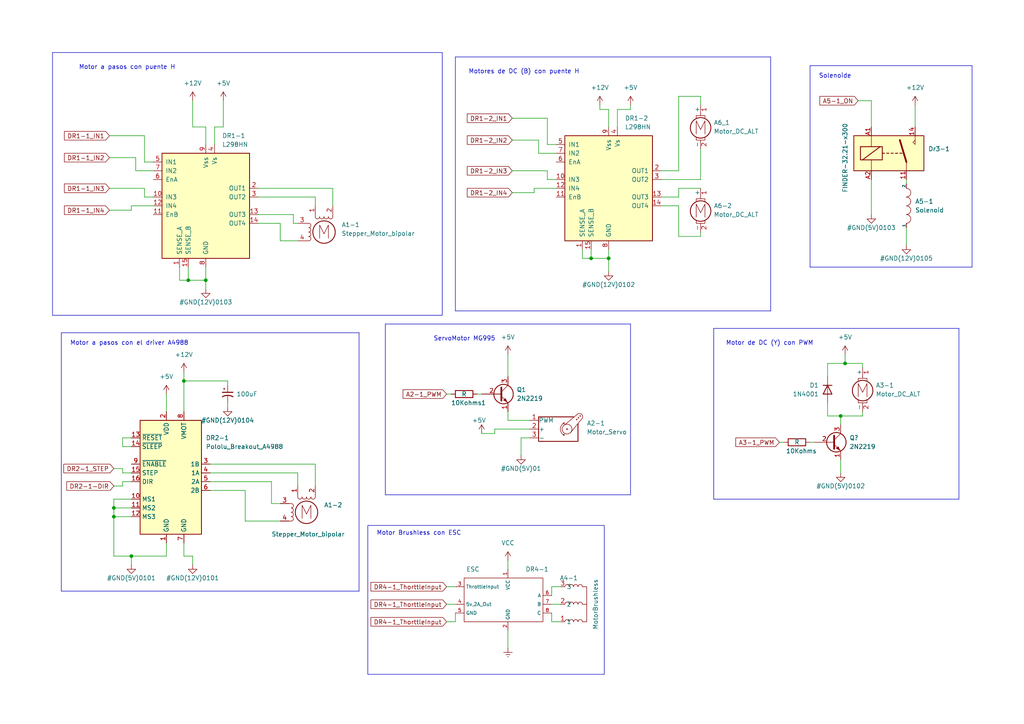
<source format=kicad_sch>
(kicad_sch (version 20230121) (generator eeschema)
  (paper "A4")
  (lib_symbols
    (symbol "Device:C_Polarized_Small_US" (pin_numbers hide) (pin_names (offset 0.254) hide)
      (property "Reference" "C" (at 0.254 1.778 0))
      (property "Value" "C_Polarized_Small_US" (at 0.254 -2.032 0))
      (symbol "C_Polarized_Small_US_0_1"
        (polyline (pts (xy -1.524 0.508) (xy 1.524 0.508)) (stroke (width 0.3048)))
        (polyline (pts (xy -1.27 1.524) (xy -0.762 1.524)))
        (polyline (pts (xy -1.016 1.27) (xy -1.016 1.778)))
        (arc (start 1.524 -0.762) (mid 0 -0.3734) (end -1.524 -0.762) (stroke (width 0.3048)))
      )
      (symbol "C_Polarized_Small_US_1_1"
        (pin passive line (at 0 2.54 270) (length 2.032) (name "~") (number "1"))
        (pin passive line (at 0 -2.54 90) (length 2.032) (name "~") (number "2"))
      )
    )
    (symbol "Device:R" (pin_numbers hide) (pin_names (offset 0))
      (property "Reference" "R" (at 2.032 0 90))
      (property "Value" "R" (at 0 0 90))
      (symbol "R_0_1"
        (rectangle (start -1.016 -2.54) (end 1.016 2.54) (stroke (width 0.254)))
      )
      (symbol "R_1_1"
        (pin passive line (at 0 3.81 270) (length 1.27) (name "~") (number "1"))
        (pin passive line (at 0 -3.81 90) (length 1.27) (name "~") (number "2"))
      )
    )
    (symbol "Diode:1N4001" (pin_numbers hide) (pin_names hide)
      (property "Reference" "D" (at 0 2.54 0))
      (property "Value" "1N4001" (at 0 -2.54 0))
      (symbol "1N4001_0_1"
        (polyline (pts (xy -1.27 1.27) (xy -1.27 -1.27)) (stroke (width 0.254)))
        (polyline (pts (xy 1.27 0) (xy -1.27 0)))
        (polyline (pts (xy 1.27 1.27) (xy 1.27 -1.27) (xy -1.27 0) (xy 1.27 1.27)) (stroke (width 0.254)))
      )
      (symbol "1N4001_1_1"
        (pin passive line (at -3.81 0 0) (length 2.54) (name "K") (number "1"))
        (pin passive line (at 3.81 0 180) (length 2.54) (name "A") (number "2"))
      )
    )
    (symbol "Driver_Motor:L298HN" (pin_names (offset 1.016))
      (property "Reference" "U" (at -10.16 16.51 0))
      (property "Value" "L298HN" (at 12.7 16.51 0))
      (symbol "L298HN_0_1"
        (rectangle (start -12.7 15.24) (end 12.7 -15.24) (stroke (width 0.254)) (fill (type background)))
      )
      (symbol "L298HN_1_1"
        (pin power_in line (at -7.62 -17.78 90) (length 2.54) (name "SENSE_A") (number "1"))
        (pin input line (at -15.24 2.54 0) (length 2.54) (name "IN3") (number "10"))
        (pin input line (at -15.24 -2.54 0) (length 2.54) (name "EnB") (number "11"))
        (pin input line (at -15.24 0 0) (length 2.54) (name "IN4") (number "12"))
        (pin output line (at 15.24 -2.54 180) (length 2.54) (name "OUT3") (number "13"))
        (pin output line (at 15.24 -5.08 180) (length 2.54) (name "OUT4") (number "14"))
        (pin power_in line (at -5.08 -17.78 90) (length 2.54) (name "SENSE_B") (number "15"))
        (pin output line (at 15.24 5.08 180) (length 2.54) (name "OUT1") (number "2"))
        (pin output line (at 15.24 2.54 180) (length 2.54) (name "OUT2") (number "3"))
        (pin power_in line (at 2.54 17.78 270) (length 2.54) (name "Vs") (number "4"))
        (pin input line (at -15.24 12.7 0) (length 2.54) (name "IN1") (number "5"))
        (pin input line (at -15.24 7.62 0) (length 2.54) (name "EnA") (number "6"))
        (pin input line (at -15.24 10.16 0) (length 2.54) (name "IN2") (number "7"))
        (pin power_in line (at 0 -17.78 90) (length 2.54) (name "GND") (number "8"))
        (pin power_in line (at 0 17.78 270) (length 2.54) (name "Vss") (number "9"))
      )
    )
    (symbol "Driver_Motor:Pololu_Breakout_A4988"
      (property "Reference" "A" (at -2.54 19.05 0))
      (property "Value" "Pololu_Breakout_A4988" (at -2.54 16.51 0))
      (symbol "Pololu_Breakout_A4988_0_1"
        (rectangle (start 10.16 -17.78) (end -7.62 15.24) (stroke (width 0.254)) (fill (type background)))
      )
      (symbol "Pololu_Breakout_A4988_1_1"
        (pin power_in line (at 0 -20.32 90) (length 2.54) (name "GND") (number "1"))
        (pin input line (at -10.16 -7.62 0) (length 2.54) (name "MS1") (number "10"))
        (pin input line (at -10.16 -10.16 0) (length 2.54) (name "MS2") (number "11"))
        (pin input line (at -10.16 -12.7 0) (length 2.54) (name "MS3") (number "12"))
        (pin input line (at -10.16 10.16 0) (length 2.54) (name "~{RESET}") (number "13"))
        (pin input line (at -10.16 7.62 0) (length 2.54) (name "~{SLEEP}") (number "14"))
        (pin input line (at -10.16 0 0) (length 2.54) (name "STEP") (number "15"))
        (pin input line (at -10.16 -2.54 0) (length 2.54) (name "DIR") (number "16"))
        (pin power_in line (at 0 17.78 270) (length 2.54) (name "VDD") (number "2"))
        (pin output line (at 12.7 2.54 180) (length 2.54) (name "1B") (number "3"))
        (pin output line (at 12.7 0 180) (length 2.54) (name "1A") (number "4"))
        (pin output line (at 12.7 -2.54 180) (length 2.54) (name "2A") (number "5"))
        (pin output line (at 12.7 -5.08 180) (length 2.54) (name "2B") (number "6"))
        (pin power_in line (at 5.08 -20.32 90) (length 2.54) (name "GND") (number "7"))
        (pin power_in line (at 5.08 17.78 270) (length 2.54) (name "VMOT") (number "8"))
        (pin input line (at -10.16 2.54 0) (length 2.54) (name "~{ENABLE}") (number "9"))
      )
    )
    (symbol "Motor:Motor_DC_ALT" (pin_names (offset 0))
      (property "Reference" "M" (at 2.54 2.54 0))
      (property "Value" "Motor_DC_ALT" (at 2.54 -5.08 0))
      (symbol "Motor_DC_ALT_0_0"
        (circle (center 0 -1.524) (radius 2.9718) (stroke (width 0.254)))
        (polyline (pts (xy -1.27 -4.318) (xy -1.27 -5.08) (xy 1.27 -5.08) (xy 1.27 -4.318)))
        (polyline (pts (xy -1.27 1.27) (xy -1.27 2.032) (xy 1.27 2.032) (xy 1.27 1.27)))
        (polyline (pts (xy -1.27 -3.302) (xy -1.27 0.508) (xy 0 -2.032) (xy 1.27 0.508) (xy 1.27 -3.302)))
      )
      (symbol "Motor_DC_ALT_0_1"
        (polyline (pts (xy 0 2.032) (xy 0 2.54)))
      )
      (symbol "Motor_DC_ALT_1_1"
        (pin passive line (at 0 5.08 270) (length 2.54) (name "+") (number "1"))
        (pin passive line (at 0 -7.62 90) (length 2.54) (name "-") (number "2"))
      )
    )
    (symbol "Motor:Motor_Servo" (pin_names (offset 0.0254))
      (property "Reference" "M" (at -5.08 4.445 0))
      (property "Value" "Motor_Servo" (at -5.08 -4.064 0))
      (symbol "Motor_Servo_0_1"
        (polyline (pts (xy 2.413 -1.778) (xy 2.032 -1.778)))
        (polyline (pts (xy 2.413 -1.778) (xy 2.286 -1.397)))
        (polyline (pts (xy 2.413 1.778) (xy 1.905 1.778)))
        (polyline (pts (xy 2.413 1.778) (xy 2.286 1.397)))
        (polyline (pts (xy 6.35 4.445) (xy 2.54 1.27)))
        (polyline (pts (xy 7.62 3.175) (xy 4.191 -1.016)))
        (polyline (pts (xy 5.08 3.556) (xy -5.08 3.556) (xy -5.08 -3.556) (xy 6.35 -3.556) (xy 6.35 1.524)) (stroke (width 0.254)))
        (arc (start 2.413 1.778) (mid 1.2406 0) (end 2.413 -1.778))
        (circle (center 3.175 0) (radius 0.1778))
        (circle (center 3.175 0) (radius 1.4224))
        (circle (center 5.969 2.794) (radius 0.127))
        (circle (center 6.477 3.302) (radius 0.127))
        (circle (center 6.985 3.81) (radius 0.127))
        (arc (start 7.62 3.175) (mid 7.4485 4.2735) (end 6.35 4.445))
      )
      (symbol "Motor_Servo_1_1"
        (pin passive line (at -7.62 2.54 0) (length 2.54) (name "PWM") (number "1"))
        (pin passive line (at -7.62 0 0) (length 2.54) (name "+") (number "2"))
        (pin passive line (at -7.62 -2.54 0) (length 2.54) (name "-") (number "3"))
      )
    )
    (symbol "Motor:Stepper_Motor_bipolar" (pin_names (offset 0) hide)
      (property "Reference" "M" (at 3.81 2.54 0))
      (property "Value" "Stepper_Motor_bipolar" (at 3.81 1.27 0))
      (symbol "Stepper_Motor_bipolar_0_0"
        (polyline (pts (xy -1.27 -1.778) (xy -1.27 2.032) (xy 0 -0.508) (xy 1.27 2.032) (xy 1.27 -1.778)))
      )
      (symbol "Stepper_Motor_bipolar_0_1"
        (arc (start -4.445 -2.54) (mid -3.8127 -1.905) (end -4.445 -1.27))
        (arc (start -4.445 -1.27) (mid -3.8127 -0.635) (end -4.445 0))
        (arc (start -4.445 0) (mid -3.8127 0.635) (end -4.445 1.27))
        (arc (start -4.445 1.27) (mid -3.8127 1.905) (end -4.445 2.54))
        (arc (start -2.54 4.445) (mid -1.905 3.8127) (end -1.27 4.445))
        (arc (start -1.27 4.445) (mid -0.635 3.8127) (end 0 4.445))
        (polyline (pts (xy -5.08 -2.54) (xy -4.445 -2.54)))
        (polyline (pts (xy -5.08 2.54) (xy -4.445 2.54)))
        (polyline (pts (xy -2.54 5.08) (xy -2.54 4.445)))
        (polyline (pts (xy 2.54 5.08) (xy 2.54 4.445)))
        (circle (center 0 0) (radius 3.2512) (stroke (width 0.254)))
        (arc (start 0 4.445) (mid 0.635 3.8127) (end 1.27 4.445))
        (arc (start 1.27 4.445) (mid 1.905 3.8127) (end 2.54 4.445))
      )
      (symbol "Stepper_Motor_bipolar_1_1"
        (pin passive line (at -2.54 7.62 270) (length 2.54) (name "~") (number "1"))
        (pin passive line (at 2.54 7.62 270) (length 2.54) (name "-") (number "2"))
        (pin passive line (at -7.62 2.54 0) (length 2.54) (name "~") (number "3"))
        (pin passive line (at -7.62 -2.54 0) (length 2.54) (name "~") (number "4"))
      )
    )
    (symbol "Relay:FINDER-32.21-x300"
      (property "Reference" "K" (at 11.43 3.81 0))
      (property "Value" "FINDER-32.21-x300" (at 11.43 1.27 0))
      (symbol "FINDER-32.21-x300_0_1"
        (rectangle (start -10.16 5.08) (end 10.16 -5.08) (stroke (width 0.254)) (fill (type background)))
        (rectangle (start -8.255 1.905) (end -1.905 -1.905) (stroke (width 0.254)))
        (polyline (pts (xy -7.62 -1.905) (xy -2.54 1.905)) (stroke (width 0.254)))
        (polyline (pts (xy -5.08 -5.08) (xy -5.08 -1.905)))
        (polyline (pts (xy -5.08 5.08) (xy -5.08 1.905)))
        (polyline (pts (xy -1.905 0) (xy -1.27 0)) (stroke (width 0.254)))
        (polyline (pts (xy -0.635 0) (xy 0 0)) (stroke (width 0.254)))
        (polyline (pts (xy 0.635 0) (xy 1.27 0)) (stroke (width 0.254)))
        (polyline (pts (xy 1.905 0) (xy 2.54 0)) (stroke (width 0.254)))
        (polyline (pts (xy 3.175 0) (xy 3.81 0)) (stroke (width 0.254)))
        (polyline (pts (xy 5.08 -2.54) (xy 3.175 3.81)) (stroke (width 0.508)))
        (polyline (pts (xy 5.08 -2.54) (xy 5.08 -5.08)))
        (polyline (pts (xy 7.62 5.08) (xy 7.62 2.54) (xy 6.985 3.175) (xy 7.62 3.81)))
      )
      (symbol "FINDER-32.21-x300_1_1"
        (pin passive line (at 5.08 -7.62 90) (length 2.54) (name "~") (number "11"))
        (pin passive line (at 7.62 7.62 270) (length 2.54) (name "~") (number "14"))
        (pin passive line (at -5.08 7.62 270) (length 2.54) (name "~") (number "A1"))
        (pin passive line (at -5.08 -7.62 90) (length 2.54) (name "~") (number "A2"))
      )
    )
    (symbol "Resources:ESC"
      (property "Reference" "ESC" (at -8.89 8.89 0))
      (symbol "ESC_0_1"
        (rectangle (start -12.7 7.62) (end 10.16 -5.08))
      )
      (symbol "ESC_1_1"
        (pin free line (at 0 10.16 270) (length 2.54) (name "VCC") (number "1"))
        (pin free line (at 0 -7.62 90) (length 2.54) (name "GND") (number "2"))
        (pin input line (at -15.24 5.08 0) (length 2.54) (name "ThrottleInput") (number "3"))
        (pin input line (at -15.24 0 0) (length 2.54) (name "5v,2A_Out") (number "4"))
        (pin input line (at -15.24 -2.54 0) (length 2.54) (name "GND") (number "5"))
        (pin output line (at 12.7 2.54 180) (length 2.54) (name "A") (number "6"))
        (pin output line (at 12.7 0 180) (length 2.54) (name "B") (number "7"))
        (pin output line (at 12.7 -2.54 180) (length 2.54) (name "C") (number "8"))
      )
    )
    (symbol "Resources:Motor_brushless"
      (property "Reference" "MotorBrushless" (at 0 -1.27 0))
      (symbol "Motor_brushless_0_1"
        (arc (start -5.08 1.27) (mid -4.4477 1.905) (end -5.08 2.54))
        (arc (start -5.08 2.54) (mid -4.4477 3.175) (end -5.08 3.81))
        (arc (start -5.08 3.81) (mid -4.4477 4.445) (end -5.08 5.08))
        (arc (start -5.08 5.08) (mid -4.4477 5.715) (end -5.08 6.35))
        (polyline (pts (xy -5.08 0) (xy -5.08 1.27)))
        (polyline (pts (xy 0 1.27) (xy 0 0)))
        (polyline (pts (xy 5.08 1.27) (xy 5.08 0) (xy -5.08 0)))
        (arc (start 0 1.27) (mid 0.6323 1.905) (end 0 2.54))
        (arc (start 0 2.54) (mid 0.6323 3.175) (end 0 3.81))
        (arc (start 0 3.81) (mid 0.6323 4.445) (end 0 5.08))
        (arc (start 0 5.08) (mid 0.6323 5.715) (end 0 6.35))
        (arc (start 5.08 1.27) (mid 5.7123 1.905) (end 5.08 2.54))
        (arc (start 5.08 2.54) (mid 5.7123 3.175) (end 5.08 3.81))
        (arc (start 5.08 3.81) (mid 5.7123 4.445) (end 5.08 5.08))
        (arc (start 5.08 5.08) (mid 5.7123 5.715) (end 5.08 6.35))
      )
      (symbol "Motor_brushless_1_1"
        (pin passive line (at -5.08 7.62 270) (length 1.27) (name "1") (number "1"))
        (pin passive line (at 0 7.62 270) (length 1.27) (name "2") (number "2"))
        (pin passive line (at 5.08 7.62 270) (length 1.27) (name "3") (number "3"))
      )
    )
    (symbol "Transistor_BJT:2N2219" (pin_names (offset 0) hide)
      (property "Reference" "Q" (at 5.08 1.905 0))
      (property "Value" "2N2219" (at 5.08 0 0))
      (symbol "2N2219_0_1"
        (polyline (pts (xy 0.635 0.635) (xy 2.54 2.54)))
        (polyline (pts (xy 0.635 -0.635) (xy 2.54 -2.54) (xy 2.54 -2.54)))
        (polyline (pts (xy 0.635 1.905) (xy 0.635 -1.905) (xy 0.635 -1.905)) (stroke (width 0.508)))
        (polyline (pts (xy 1.27 -1.778) (xy 1.778 -1.27) (xy 2.286 -2.286) (xy 1.27 -1.778) (xy 1.27 -1.778)) (fill (type outline)))
        (circle (center 1.27 0) (radius 2.8194) (stroke (width 0.254)))
      )
      (symbol "2N2219_1_1"
        (pin passive line (at 2.54 -5.08 90) (length 2.54) (name "E") (number "1"))
        (pin passive line (at -5.08 0 0) (length 5.715) (name "B") (number "2"))
        (pin passive line (at 2.54 5.08 270) (length 2.54) (name "C") (number "3"))
      )
    )
    (symbol "power:+12V" (power) (pin_names (offset 0))
      (property "Value" "+12V" (at 0 3.556 0))
      (symbol "+12V_0_1"
        (polyline (pts (xy -0.762 1.27) (xy 0 2.54)))
        (polyline (pts (xy 0 0) (xy 0 2.54)))
        (polyline (pts (xy 0 2.54) (xy 0.762 1.27)))
      )
      (symbol "+12V_1_1"
        (pin power_in line (at 0 0 90) (length 0) hide (name "+12V") (number "1"))
      )
    )
    (symbol "power:+5V" (power) (pin_names (offset 0))
      (property "Value" "+5V" (at 0 3.556 0))
      (symbol "+5V_0_1"
        (polyline (pts (xy -0.762 1.27) (xy 0 2.54)))
        (polyline (pts (xy 0 0) (xy 0 2.54)))
        (polyline (pts (xy 0 2.54) (xy 0.762 1.27)))
      )
      (symbol "+5V_1_1"
        (pin power_in line (at 0 0 90) (length 0) hide (name "+5V") (number "1"))
      )
    )
    (symbol "power:Earth" (power) (pin_names (offset 0))
      (symbol "Earth_0_1"
        (polyline (pts (xy -0.635 -1.905) (xy 0.635 -1.905)))
        (polyline (pts (xy -0.127 -2.54) (xy 0.127 -2.54)))
        (polyline (pts (xy 0 -1.27) (xy 0 0)))
        (polyline (pts (xy 1.27 -1.27) (xy -1.27 -1.27)))
      )
      (symbol "Earth_1_1"
        (pin power_in line (at 0 0 270) (length 0) hide (name "Earth") (number "1"))
      )
    )
    (symbol "power:GND" (power) (pin_names (offset 0))
      (property "Value" "GND" (at 0 -3.81 0))
      (symbol "GND_0_1"
        (polyline (pts (xy 0 0) (xy 0 -1.27) (xy 1.27 -1.27) (xy 0 -2.54) (xy -1.27 -1.27) (xy 0 -1.27)))
      )
      (symbol "GND_1_1"
        (pin power_in line (at 0 0 270) (length 0) hide (name "GND") (number "1"))
      )
    )
    (symbol "power:VCC" (power) (pin_names (offset 0))
      (property "Value" "VCC" (at 0 3.81 0))
      (symbol "VCC_0_1"
        (polyline (pts (xy -0.762 1.27) (xy 0 2.54)))
        (polyline (pts (xy 0 0) (xy 0 2.54)))
        (polyline (pts (xy 0 2.54) (xy 0.762 1.27)))
      )
      (symbol "VCC_1_1"
        (pin power_in line (at 0 0 90) (length 0) hide (name "VCC") (number "1"))
      )
    )
    (symbol "pspice:INDUCTOR" (pin_numbers hide) (pin_names (offset 0))
      (property "Reference" "L" (at 0 2.54 0))
      (property "Value" "INDUCTOR" (at 0 -1.27 0))
      (symbol "INDUCTOR_0_1"
        (arc (start -2.54 0) (mid -3.81 1.2645) (end -5.08 0))
        (arc (start 0 0) (mid -1.27 1.2645) (end -2.54 0))
        (arc (start 2.54 0) (mid 1.27 1.2645) (end 0 0))
        (arc (start 5.08 0) (mid 3.81 1.2645) (end 2.54 0))
      )
      (symbol "INDUCTOR_1_1"
        (pin input line (at -6.35 0 0) (length 1.27) (name "1") (number "1"))
        (pin input line (at 6.35 0 180) (length 1.27) (name "2") (number "2"))
      )
    )
  )
  (junction (at 176.53 74.93))
  (junction (at 245.11 105.41))
  (junction (at 38.1 161.29))
  (junction (at 33.02 147.32))
  (junction (at 243.84 120.65))
  (junction (at 54.61 81.28))
  (junction (at 171.45 74.93))
  (junction (at 53.34 110.49))
  (junction (at 59.69 81.28))
  (junction (at 33.02 149.86))
  (wire (pts (xy 243.84 133.35) (xy 243.84 137.16)))
  (wire (pts (xy 55.88 161.29) (xy 55.88 163.83)))
  (polyline (pts (xy 207.01 95.25) (xy 207.01 144.78)))
  (wire (pts (xy 265.43 30.48) (xy 265.43 36.83)))
  (wire (pts (xy 81.28 146.05) (xy 78.74 146.05)))
  (wire (pts (xy 176.53 31.75) (xy 176.53 36.83)))
  (polyline (pts (xy 132.08 16.51) (xy 223.52 16.51)))
  (wire (pts (xy 66.04 116.84) (xy 66.04 118.11)))
  (wire (pts (xy 147.32 162.56) (xy 147.32 165.1)))
  (wire (pts (xy 139.7 125.73) (xy 143.51 125.73)))
  (wire (pts (xy 160.02 175.26) (xy 162.56 175.26)))
  (wire (pts (xy 86.36 137.16) (xy 86.36 140.97)))
  (wire (pts (xy 203.2 27.94) (xy 203.2 30.48)))
  (wire (pts (xy 39.37 49.53) (xy 39.37 45.72)))
  (wire (pts (xy 179.07 31.75) (xy 179.07 36.83)))
  (wire (pts (xy 129.54 114.3) (xy 130.81 114.3)))
  (wire (pts (xy 129.54 180.34) (xy 132.08 180.34)))
  (wire (pts (xy 196.85 68.58) (xy 203.2 68.58)))
  (wire (pts (xy 33.02 149.86) (xy 38.1 149.86)))
  (wire (pts (xy 160.02 170.18) (xy 160.02 172.72)))
  (wire (pts (xy 160.02 180.34) (xy 160.02 177.8)))
  (wire (pts (xy 243.84 120.65) (xy 243.84 123.19)))
  (wire (pts (xy 132.08 180.34) (xy 132.08 177.8)))
  (polyline (pts (xy 207.01 144.78) (xy 278.13 144.78)))
  (wire (pts (xy 173.99 31.75) (xy 176.53 31.75)))
  (wire (pts (xy 74.93 62.23) (xy 85.09 62.23)))
  (wire (pts (xy 245.11 102.87) (xy 245.11 105.41)))
  (wire (pts (xy 60.96 137.16) (xy 86.36 137.16)))
  (wire (pts (xy 66.04 110.49) (xy 66.04 111.76)))
  (wire (pts (xy 74.93 57.15) (xy 91.44 57.15)))
  (wire (pts (xy 53.34 110.49) (xy 53.34 119.38)))
  (wire (pts (xy 158.75 49.53) (xy 158.75 52.07)))
  (wire (pts (xy 240.03 120.65) (xy 243.84 120.65)))
  (wire (pts (xy 226.06 128.27) (xy 227.33 128.27)))
  (wire (pts (xy 52.07 77.47) (xy 52.07 81.28)))
  (wire (pts (xy 31.75 60.96) (xy 38.1 60.96)))
  (wire (pts (xy 33.02 135.89) (xy 35.56 135.89)))
  (wire (pts (xy 38.1 60.96) (xy 38.1 59.69)))
  (wire (pts (xy 151.13 132.08) (xy 151.13 127)))
  (wire (pts (xy 147.32 121.92) (xy 153.67 121.92)))
  (wire (pts (xy 243.84 120.65) (xy 250.19 120.65)))
  (wire (pts (xy 234.95 128.27) (xy 236.22 128.27)))
  (wire (pts (xy 248.92 29.21) (xy 252.73 29.21)))
  (wire (pts (xy 59.69 81.28) (xy 59.69 83.82)))
  (wire (pts (xy 196.85 59.69) (xy 196.85 68.58)))
  (wire (pts (xy 54.61 77.47) (xy 54.61 81.28)))
  (wire (pts (xy 62.23 36.83) (xy 62.23 41.91)))
  (wire (pts (xy 173.99 30.48) (xy 173.99 31.75)))
  (wire (pts (xy 41.91 39.37) (xy 41.91 46.99)))
  (wire (pts (xy 64.77 36.83) (xy 62.23 36.83)))
  (wire (pts (xy 33.02 149.86) (xy 33.02 161.29)))
  (polyline (pts (xy 132.08 16.51) (xy 132.08 90.17)))
  (wire (pts (xy 53.34 110.49) (xy 66.04 110.49)))
  (wire (pts (xy 182.88 31.75) (xy 179.07 31.75)))
  (wire (pts (xy 158.75 34.29) (xy 158.75 41.91)))
  (wire (pts (xy 96.52 54.61) (xy 96.52 59.69)))
  (wire (pts (xy 53.34 161.29) (xy 55.88 161.29)))
  (wire (pts (xy 138.43 114.3) (xy 139.7 114.3)))
  (wire (pts (xy 162.56 180.34) (xy 160.02 180.34)))
  (wire (pts (xy 245.11 105.41) (xy 250.19 105.41)))
  (wire (pts (xy 33.02 147.32) (xy 33.02 149.86)))
  (polyline (pts (xy 104.14 171.45) (xy 17.78 171.45)))
  (wire (pts (xy 196.85 57.15) (xy 196.85 54.61)))
  (wire (pts (xy 250.19 105.41) (xy 250.19 106.68)))
  (wire (pts (xy 44.45 49.53) (xy 39.37 49.53)))
  (wire (pts (xy 85.09 62.23) (xy 85.09 64.77)))
  (wire (pts (xy 81.28 64.77) (xy 81.28 69.85)))
  (wire (pts (xy 203.2 43.18) (xy 203.2 52.07)))
  (wire (pts (xy 250.19 119.38) (xy 250.19 120.65)))
  (wire (pts (xy 59.69 36.83) (xy 59.69 41.91)))
  (wire (pts (xy 154.94 54.61) (xy 161.29 54.61)))
  (wire (pts (xy 38.1 59.69) (xy 44.45 59.69)))
  (polyline (pts (xy 111.76 93.98) (xy 182.88 93.98)))
  (wire (pts (xy 38.1 137.16) (xy 35.56 137.16)))
  (wire (pts (xy 54.61 81.28) (xy 59.69 81.28)))
  (polyline (pts (xy 111.76 93.98) (xy 111.76 143.51)))
  (wire (pts (xy 161.29 44.45) (xy 156.21 44.45)))
  (wire (pts (xy 71.12 142.24) (xy 60.96 142.24)))
  (wire (pts (xy 252.73 36.83) (xy 252.73 29.21)))
  (wire (pts (xy 196.85 27.94) (xy 203.2 27.94)))
  (polyline (pts (xy 17.78 96.52) (xy 17.78 171.45)))
  (wire (pts (xy 35.56 140.97) (xy 35.56 139.7)))
  (wire (pts (xy 55.88 36.83) (xy 55.88 29.21)))
  (wire (pts (xy 33.02 147.32) (xy 38.1 147.32)))
  (polyline (pts (xy 281.94 19.05) (xy 281.94 77.47)))
  (wire (pts (xy 252.73 52.07) (xy 252.73 62.23)))
  (wire (pts (xy 81.28 69.85) (xy 86.36 69.85)))
  (wire (pts (xy 78.74 146.05) (xy 78.74 139.7)))
  (wire (pts (xy 176.53 72.39) (xy 176.53 74.93)))
  (wire (pts (xy 143.51 124.46) (xy 153.67 124.46)))
  (wire (pts (xy 191.77 49.53) (xy 196.85 49.53)))
  (wire (pts (xy 41.91 54.61) (xy 41.91 57.15)))
  (wire (pts (xy 48.26 161.29) (xy 38.1 161.29)))
  (polyline (pts (xy 207.01 95.25) (xy 278.13 95.25)))
  (wire (pts (xy 182.88 30.48) (xy 182.88 31.75)))
  (wire (pts (xy 147.32 182.88) (xy 147.32 187.96)))
  (wire (pts (xy 33.02 144.78) (xy 33.02 147.32)))
  (wire (pts (xy 148.59 49.53) (xy 158.75 49.53)))
  (polyline (pts (xy 182.88 143.51) (xy 182.88 93.98)))
  (wire (pts (xy 171.45 72.39) (xy 171.45 74.93)))
  (wire (pts (xy 148.59 34.29) (xy 158.75 34.29)))
  (wire (pts (xy 38.1 129.54) (xy 35.56 129.54)))
  (wire (pts (xy 151.13 127) (xy 153.67 127)))
  (polyline (pts (xy 278.13 144.78) (xy 278.13 95.25)))
  (polyline (pts (xy 128.27 91.44) (xy 15.24 91.44)))
  (wire (pts (xy 31.75 45.72) (xy 39.37 45.72)))
  (wire (pts (xy 38.1 161.29) (xy 38.1 163.83)))
  (wire (pts (xy 41.91 46.99) (xy 44.45 46.99)))
  (polyline (pts (xy 223.52 90.17) (xy 223.52 16.51)))
  (wire (pts (xy 158.75 52.07) (xy 161.29 52.07)))
  (wire (pts (xy 38.1 144.78) (xy 33.02 144.78)))
  (wire (pts (xy 41.91 57.15) (xy 44.45 57.15)))
  (wire (pts (xy 196.85 49.53) (xy 196.85 27.94)))
  (wire (pts (xy 154.94 55.88) (xy 154.94 54.61)))
  (wire (pts (xy 33.02 140.97) (xy 35.56 140.97)))
  (wire (pts (xy 191.77 59.69) (xy 196.85 59.69)))
  (wire (pts (xy 148.59 40.64) (xy 156.21 40.64)))
  (polyline (pts (xy 15.24 91.44) (xy 15.24 15.24)))
  (wire (pts (xy 240.03 109.22) (xy 240.03 105.41)))
  (wire (pts (xy 129.54 170.18) (xy 132.08 170.18)))
  (wire (pts (xy 191.77 57.15) (xy 196.85 57.15)))
  (wire (pts (xy 31.75 54.61) (xy 41.91 54.61)))
  (wire (pts (xy 191.77 52.07) (xy 203.2 52.07)))
  (wire (pts (xy 168.91 72.39) (xy 168.91 74.93)))
  (wire (pts (xy 74.93 64.77) (xy 81.28 64.77)))
  (wire (pts (xy 60.96 134.62) (xy 91.44 134.62)))
  (wire (pts (xy 240.03 105.41) (xy 245.11 105.41)))
  (wire (pts (xy 71.12 151.13) (xy 71.12 142.24)))
  (wire (pts (xy 196.85 54.61) (xy 203.2 54.61)))
  (wire (pts (xy 48.26 157.48) (xy 48.26 161.29)))
  (wire (pts (xy 162.56 170.18) (xy 160.02 170.18)))
  (polyline (pts (xy 111.76 143.51) (xy 182.88 143.51)))
  (polyline (pts (xy 104.14 96.52) (xy 104.14 171.45)))
  (wire (pts (xy 176.53 74.93) (xy 176.53 78.74)))
  (wire (pts (xy 53.34 157.48) (xy 53.34 161.29)))
  (wire (pts (xy 33.02 161.29) (xy 38.1 161.29)))
  (wire (pts (xy 262.89 66.04) (xy 262.89 71.12)))
  (wire (pts (xy 240.03 116.84) (xy 240.03 120.65)))
  (polyline (pts (xy 132.08 90.17) (xy 223.52 90.17)))
  (wire (pts (xy 74.93 54.61) (xy 96.52 54.61)))
  (polyline (pts (xy 234.95 19.05) (xy 234.95 77.47)))
  (wire (pts (xy 31.75 39.37) (xy 41.91 39.37)))
  (wire (pts (xy 81.28 151.13) (xy 71.12 151.13)))
  (wire (pts (xy 48.26 114.3) (xy 48.26 119.38)))
  (wire (pts (xy 85.09 64.77) (xy 86.36 64.77)))
  (wire (pts (xy 55.88 36.83) (xy 59.69 36.83)))
  (wire (pts (xy 148.59 55.88) (xy 154.94 55.88)))
  (wire (pts (xy 52.07 81.28) (xy 54.61 81.28)))
  (wire (pts (xy 203.2 67.31) (xy 203.2 68.58)))
  (polyline (pts (xy 128.27 15.24) (xy 128.27 91.44)))
  (wire (pts (xy 147.32 102.87) (xy 147.32 109.22)))
  (wire (pts (xy 171.45 74.93) (xy 176.53 74.93)))
  (polyline (pts (xy 234.95 19.05) (xy 281.94 19.05)))
  (wire (pts (xy 143.51 125.73) (xy 143.51 124.46)))
  (wire (pts (xy 35.56 129.54) (xy 35.56 127)))
  (wire (pts (xy 262.89 52.07) (xy 262.89 53.34)))
  (wire (pts (xy 35.56 137.16) (xy 35.56 135.89)))
  (wire (pts (xy 156.21 44.45) (xy 156.21 40.64)))
  (wire (pts (xy 129.54 175.26) (xy 132.08 175.26)))
  (wire (pts (xy 64.77 29.21) (xy 64.77 36.83)))
  (wire (pts (xy 78.74 139.7) (xy 60.96 139.7)))
  (wire (pts (xy 59.69 77.47) (xy 59.69 81.28)))
  (wire (pts (xy 147.32 121.92) (xy 147.32 119.38)))
  (wire (pts (xy 91.44 57.15) (xy 91.44 59.69)))
  (polyline (pts (xy 281.94 77.47) (xy 234.95 77.47)))
  (polyline (pts (xy 17.78 96.52) (xy 104.14 96.52)))
  (wire (pts (xy 168.91 74.93) (xy 171.45 74.93)))
  (wire (pts (xy 53.34 107.95) (xy 53.34 110.49)))
  (wire (pts (xy 35.56 127) (xy 38.1 127)))
  (wire (pts (xy 91.44 134.62) (xy 91.44 140.97)))
  (polyline (pts (xy 15.24 15.24) (xy 128.27 15.24)))
  (wire (pts (xy 35.56 139.7) (xy 38.1 139.7)))
  (wire (pts (xy 158.75 41.91) (xy 161.29 41.91)))
  (rectangle (start 106.68 152.4) (end 175.26 195.58))
  (text "Motor a pasos con el driver A4988\n" (at 20.32 100.33 0) (effects (font (size 1.27 1.27)) (justify left bottom)))
  (text "ServoMotor MG995" (at 125.73 99.06 0) (effects (font (size 1.27 1.27)) (justify left bottom)))
  (text "Motores de DC (B) con puente H " (at 135.89 21.59 0) (effects (font (size 1.27 1.27)) (justify left bottom)))
  (text " Motor de DC (Y) con PWM" (at 209.55 100.33 0) (effects (font (size 1.27 1.27)) (justify left bottom)))
  (text "Motor a pasos con puente H\n" (at 22.86 20.32 0) (effects (font (size 1.27 1.27)) (justify left bottom)))
  (text "Solenoide\n" (at 237.49 22.86 0) (effects (font (size 1.27 1.27)) (justify left bottom)))
  (text "Motor Brushless con ESC\n\n" (at 109.22 157.48 0) (effects (font (size 1.27 1.27)) (justify left bottom)))
  (global_label "DR4-1_ThorttleInput" (shape input) (at 129.54 175.26 180) (property "Intersheetrefs" "${INTERSHEET_REFS}" (effects hide)))
  (global_label "DR1-1_IN2" (shape input) (at 31.75 45.72 180) (property "Intersheetrefs" "${INTERSHEET_REFS}" (effects hide)))
  (global_label "DR1-2_IN2" (shape input) (at 148.59 40.64 180) (property "Intersheetrefs" "${INTERSHEET_REFS}" (effects hide)))
  (global_label "A2-1_PWM" (shape input) (at 129.54 114.3 180) (property "Intersheetrefs" "${INTERSHEET_REFS}" (effects hide)))
  (global_label "DR1-2_IN1" (shape input) (at 148.59 34.29 180) (property "Intersheetrefs" "${INTERSHEET_REFS}" (effects hide)))
  (global_label "DR1-1_IN3" (shape input) (at 31.75 54.61 180) (property "Intersheetrefs" "${INTERSHEET_REFS}" (effects hide)))
  (global_label "DR1-1_IN1" (shape input) (at 31.75 39.37 180) (property "Intersheetrefs" "${INTERSHEET_REFS}" (effects hide)))
  (global_label "DR4-1_ThorttleInput" (shape input) (at 129.54 170.18 180) (property "Intersheetrefs" "${INTERSHEET_REFS}" (effects hide)))
  (global_label "DR2-1_STEP" (shape input) (at 33.02 135.89 180) (property "Intersheetrefs" "${INTERSHEET_REFS}" (effects hide)))
  (global_label "DR1-2_IN3" (shape input) (at 148.59 49.53 180) (property "Intersheetrefs" "${INTERSHEET_REFS}" (effects hide)))
  (global_label "DR1-1_IN4" (shape input) (at 31.75 60.96 180) (property "Intersheetrefs" "${INTERSHEET_REFS}" (effects hide)))
  (global_label "DR2-1-DIR" (shape input) (at 33.02 140.97 180) (property "Intersheetrefs" "${INTERSHEET_REFS}" (effects hide)))
  (global_label "A5-1_ON" (shape input) (at 248.92 29.21 180) (property "Intersheetrefs" "${INTERSHEET_REFS}" (effects hide)))
  (global_label "A3-1_PWM" (shape input) (at 226.06 128.27 180) (property "Intersheetrefs" "${INTERSHEET_REFS}" (effects hide)))
  (global_label "DR4-1_ThorttleInput" (shape input) (at 129.54 180.34 180) (property "Intersheetrefs" "${INTERSHEET_REFS}" (effects hide)))
  (global_label "DR1-2_IN4" (shape input) (at 148.59 55.88 180) (property "Intersheetrefs" "${INTERSHEET_REFS}" (effects hide)))
  (symbol (lib_id "power:GND") (at 262.89 71.12 0) (unit 1)
    (property "Reference" "GND(12V)" (at 262.89 74.93 0))
    (property "Value" "GND" (effects hide))
  )
  (symbol (lib_id "power:+5V") (at 182.88 30.48 0) (unit 1)
    (property "Reference" "#PWR?" (effects hide))
    (property "Value" "+5V" (at 182.88 25.4 0))
  )
  (symbol (lib_id "power:GND") (at 66.04 118.11 0) (unit 1)
    (property "Reference" "GND(12V)" (at 66.04 121.92 0))
    (property "Value" "GND" (effects hide))
  )
  (symbol (lib_id "Transistor_BJT:2N2219") (at 241.3 128.27 0) (unit 1)
    (property "Reference" "Q?" (at 246.38 126.9999 0) (effects (justify left)))
    (property "Value" "2N2219" (at 246.38 129.5399 0) (effects (justify left)))
    (property "Footprint" "Package_TO_SOT_THT:TO-39-3" (effects hide))
    (property "Datasheet" "http://www.onsemi.com/pub_link/Collateral/2N2219-D.PDF" (effects hide))
  )
  (symbol (lib_id "power:+12V") (at 53.34 107.95 0) (unit 1)
    (property "Reference" "#PWR?" (effects hide))
    (property "Value" "+12V" (at 53.34 102.87 0))
  )
  (symbol (lib_id "power:GND") (at 151.13 132.08 0) (unit 1)
    (property "Reference" "GND(5V)01" (at 151.13 135.89 0))
    (property "Value" "GND" (effects hide))
  )
  (symbol (lib_id "Motor:Stepper_Motor_bipolar") (at 93.98 67.31 0) (unit 1)
    (property "Reference" "A1-1" (at 99.06 65.1891 0) (effects (justify left)))
    (property "Value" "Stepper_Motor_bipolar" (at 99.06 67.7291 0) (effects (justify left)))
    (property "Datasheet" "http://www.infineon.com/dgdl/Application-Note-TLE8110EE_driving_UniPolarStepperMotor_V1.1.pdf?fileId=db3a30431be39b97011be5d0aa0a00b0" (effects hide))
  )
  (symbol (lib_id "power:+5V") (at 48.26 114.3 0) (unit 1)
    (property "Reference" "#PWR?" (effects hide))
    (property "Value" "+5V" (at 48.26 109.22 0))
  )
  (symbol (lib_id "power:+5V") (at 245.11 102.87 0) (unit 1)
    (property "Reference" "#PWR?" (effects hide))
    (property "Value" "+5V" (at 245.11 97.79 0))
  )
  (symbol (lib_id "power:GND") (at 59.69 83.82 0) (unit 1)
    (property "Reference" "GND(12V)" (at 59.69 87.63 0))
    (property "Value" "GND" (effects hide))
  )
  (symbol (lib_id "Motor:Stepper_Motor_bipolar") (at 88.9 148.59 0) (unit 1)
    (property "Reference" "A1-2" (at 93.98 146.4691 0) (effects (justify left)))
    (property "Value" "Stepper_Motor_bipolar" (at 78.74 154.94 0) (effects (justify left)))
    (property "Datasheet" "http://www.infineon.com/dgdl/Application-Note-TLE8110EE_driving_UniPolarStepperMotor_V1.1.pdf?fileId=db3a30431be39b97011be5d0aa0a00b0" (effects hide))
  )
  (symbol (lib_id "Resources:Motor_brushless") (at 170.18 175.26 90) (unit 1)
    (property "Reference" "A4-1" (at 167.64 167.64 90) (effects (justify left)))
    (property "Value" "MotorBrushless" (at 172.72 175.26 0))
  )
  (symbol (lib_id "power:GND") (at 243.84 137.16 0) (unit 1)
    (property "Reference" "GND(5V)" (at 243.84 140.97 0))
    (property "Value" "GND" (effects hide))
  )
  (symbol (lib_id "pspice:INDUCTOR") (at 262.89 59.69 270) (mirror x) (unit 1)
    (property "Reference" "A5-1" (at 265.43 58.42 90) (effects (justify left)))
    (property "Value" "Solenoid" (at 265.43 60.96 90) (effects (justify left)))
  )
  (symbol (lib_id "Device:R") (at 231.14 128.27 270) (unit 1)
    (property "Reference" "10Kohms" (at 232.41 130.81 90))
    (property "Value" "R" (at 231.14 128.27 90))
  )
  (symbol (lib_id "power:+5V") (at 64.77 29.21 0) (unit 1)
    (property "Reference" "#PWR?" (effects hide))
    (property "Value" "+5V" (at 64.77 24.13 0))
  )
  (symbol (lib_id "power:VCC") (at 147.32 162.56 0) (unit 1)
    (property "Reference" "#PWR02" (effects hide))
    (property "Value" "VCC" (at 147.32 157.48 0))
  )
  (symbol (lib_id "power:GND") (at 252.73 62.23 0) (unit 1)
    (property "Reference" "GND(5V)" (at 252.73 66.04 0))
    (property "Value" "GND" (effects hide))
  )
  (symbol (lib_id "Relay:FINDER-32.21-x300") (at 257.81 44.45 0) (unit 1)
    (property "Reference" "Dr3-1" (at 269.24 43.1799 0) (effects (justify left)))
    (property "Value" "FINDER-32.21-x300" (at 245.11 55.88 90) (effects (justify left)))
    (property "Footprint" "Relay_THT:Relay_SPST_Finder_32.21-x300" (effects hide))
    (property "Datasheet" "http://gfinder.findernet.com/assets/Series/355/S32EN.pdf" (effects hide))
  )
  (symbol (lib_id "power:+12V") (at 173.99 30.48 0) (unit 1)
    (property "Reference" "#PWR?" (effects hide))
    (property "Value" "+12V" (at 173.99 25.4 0))
  )
  (symbol (lib_id "Motor:Motor_DC_ALT") (at 250.19 111.76 0) (unit 1)
    (property "Reference" "A3-1" (at 254 111.76 0) (effects (justify left)))
    (property "Value" "Motor_DC_ALT" (at 254 114.3 0) (effects (justify left)))
  )
  (symbol (lib_id "Resources:ESC") (at 147.32 175.26 0) (unit 1)
    (property "Reference" "DR4-1" (at 152.4 165.1 0) (effects (justify left)))
    (property "Value" "ESC" (at 137.16 165.1 0))
  )
  (symbol (lib_id "power:+5V") (at 147.32 102.87 0) (unit 1)
    (property "Reference" "#PWR01" (effects hide))
    (property "Value" "+5V" (at 147.32 97.79 0))
  )
  (symbol (lib_id "power:+12V") (at 55.88 29.21 0) (unit 1)
    (property "Reference" "#PWR?" (effects hide))
    (property "Value" "+12V" (at 55.88 24.13 0))
  )
  (symbol (lib_id "Motor:Motor_DC_ALT") (at 203.2 59.69 0) (unit 1)
    (property "Reference" "A6-2" (at 207.01 59.69 0) (effects (justify left)))
    (property "Value" "Motor_DC_ALT" (at 207.01 62.23 0) (effects (justify left)))
  )
  (symbol (lib_id "power:GND") (at 38.1 163.83 0) (unit 1)
    (property "Reference" "GND(5V)" (at 38.1 167.64 0))
    (property "Value" "GND" (effects hide))
  )
  (symbol (lib_id "power:GND") (at 55.88 163.83 0) (unit 1)
    (property "Reference" "GND(12V)?" (at 55.88 167.64 0))
    (property "Value" "GND" (effects hide))
  )
  (symbol (lib_id "Device:R") (at 134.62 114.3 270) (unit 1)
    (property "Reference" "10Kohms1" (at 135.89 116.84 90))
    (property "Value" "R" (at 134.62 114.3 90))
  )
  (symbol (lib_id "Driver_Motor:L298HN") (at 59.69 59.69 0) (unit 1)
    (property "Reference" "DR1-1" (at 64.4241 39.37 0) (effects (justify left)))
    (property "Value" "L298HN" (at 64.4241 41.91 0) (effects (justify left)))
    (property "Footprint" "Package_TO_SOT_THT:TO-220-15_P2.54x2.54mm_StaggerOdd_Lead4.58mm_Vertical" (effects hide))
    (property "Datasheet" "http://www.st.com/st-web-ui/static/active/en/resource/technical/document/datasheet/CD00000240.pdf" (effects hide))
  )
  (symbol (lib_id "power:+12V") (at 265.43 30.48 0) (unit 1)
    (property "Reference" "#PWR?" (effects hide))
    (property "Value" "+12V" (at 265.43 25.4 0))
  )
  (symbol (lib_id "Diode:1N4001") (at 240.03 113.03 90) (mirror x) (unit 1)
    (property "Reference" "D1" (at 237.49 111.76 90) (effects (justify left)))
    (property "Value" "1N4001" (at 237.49 114.3 90) (effects (justify left)))
    (property "Footprint" "Diode_THT:D_DO-41_SOD81_P10.16mm_Horizontal" (effects hide))
    (property "Datasheet" "http://www.vishay.com/docs/88503/1n4001.pdf" (effects hide))
    (property "Sim.Device" "D" (effects hide))
    (property "Sim.Pins" "1=K 2=A" (effects hide))
  )
  (symbol (lib_id "Motor:Motor_Servo") (at 161.29 124.46 0) (unit 1)
    (property "Reference" "A2-1" (at 170.18 122.7566 0) (effects (justify left)))
    (property "Value" "Motor_Servo" (at 170.18 125.2966 0) (effects (justify left)))
    (property "Datasheet" "http://forums.parallax.com/uploads/attachments/46831/74481.png" (effects hide))
  )
  (symbol (lib_id "Driver_Motor:L298HN") (at 176.53 54.61 0) (unit 1)
    (property "Reference" "DR1-2" (at 181.2641 34.29 0) (effects (justify left)))
    (property "Value" "L298HN" (at 181.2641 36.83 0) (effects (justify left)))
    (property "Footprint" "Package_TO_SOT_THT:TO-220-15_P2.54x2.54mm_StaggerOdd_Lead4.58mm_Vertical" (effects hide))
    (property "Datasheet" "http://www.st.com/st-web-ui/static/active/en/resource/technical/document/datasheet/CD00000240.pdf" (effects hide))
  )
  (symbol (lib_id "power:GND") (at 176.53 78.74 0) (unit 1)
    (property "Reference" "GND(12V)?" (at 176.53 82.55 0))
    (property "Value" "GND" (effects hide))
  )
  (symbol (lib_id "Driver_Motor:Pololu_Breakout_A4988") (at 48.26 137.16 0) (unit 1)
    (property "Reference" "DR2-1" (at 59.69 127 0) (effects (justify left)))
    (property "Value" "Pololu_Breakout_A4988" (at 59.69 129.54 0) (effects (justify left)))
    (property "Footprint" "Module:Pololu_Breakout-16_15.2x20.3mm" (effects hide))
    (property "Datasheet" "https://www.pololu.com/product/2980/pictures" (effects hide))
  )
  (symbol (lib_id "power:+5V") (at 139.7 125.73 0) (unit 1)
    (property "Reference" "A01" (effects hide))
    (property "Value" "+5V" (at 140.97 121.92 0) (effects (justify right)))
  )
  (symbol (lib_id "Motor:Motor_DC_ALT") (at 203.2 35.56 0) (unit 1)
    (property "Reference" "A6_1" (at 207.01 35.56 0) (effects (justify left)))
    (property "Value" "Motor_DC_ALT" (at 207.01 38.1 0) (effects (justify left)))
  )
  (symbol (lib_id "power:Earth") (at 147.32 187.96 0) (unit 1)
    (property "Reference" "#PWR03" (effects hide))
    (property "Value" "Earth" (effects hide))
  )
  (symbol (lib_id "Transistor_BJT:2N2219") (at 144.78 114.3 0) (unit 1)
    (property "Reference" "Q1" (at 149.86 113.0299 0) (effects (justify left)))
    (property "Value" "2N2219" (at 149.86 115.5699 0) (effects (justify left)))
    (property "Footprint" "Package_TO_SOT_THT:TO-39-3" (effects hide))
    (property "Datasheet" "http://www.onsemi.com/pub_link/Collateral/2N2219-D.PDF" (effects hide))
  )
  (symbol (lib_id "Device:C_Polarized_Small_US") (at 66.04 114.3 0) (unit 1)
    (property "Reference" "100uF" (at 68.58 114.3 0) (effects (justify left)))
    (property "Value" "C_Polarized_Small_US" (effects hide))
  )
)
</source>
